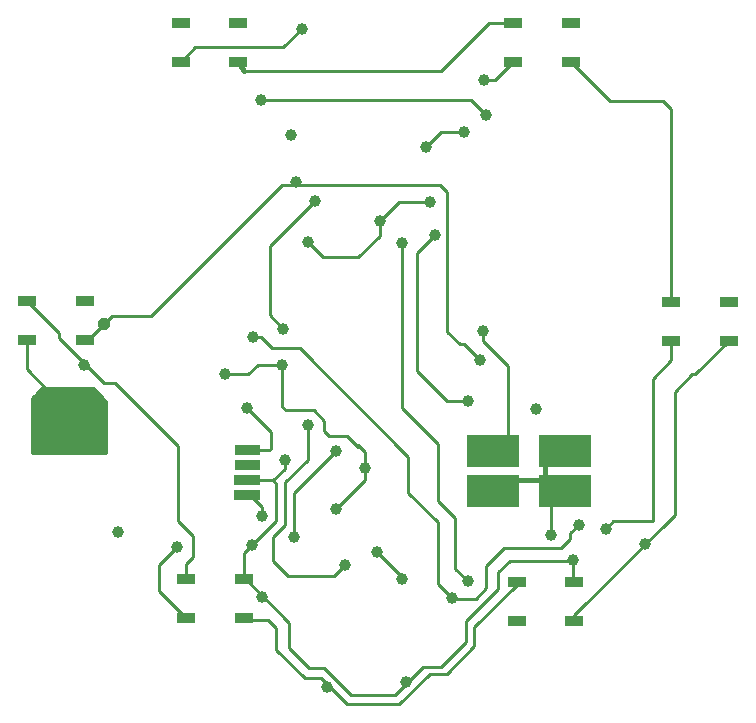
<source format=gbl>
G75*
%MOIN*%
%OFA0B0*%
%FSLAX25Y25*%
%IPPOS*%
%LPD*%
%AMOC8*
5,1,8,0,0,1.08239X$1,22.5*
%
%ADD10R,0.05906X0.03543*%
%ADD11R,0.07000X0.03600*%
%ADD12R,0.04331X0.03150*%
%ADD13R,0.17717X0.10630*%
%ADD14C,0.01200*%
%ADD15C,0.03962*%
%ADD16C,0.01000*%
%ADD17C,0.01600*%
%ADD18OC8,0.03962*%
D10*
X0138104Y0074871D03*
X0138104Y0087863D03*
X0157396Y0087863D03*
X0157396Y0074871D03*
X0248354Y0073871D03*
X0248354Y0086863D03*
X0267646Y0086863D03*
X0267646Y0073871D03*
X0299854Y0167371D03*
X0299854Y0180363D03*
X0319146Y0180363D03*
X0319146Y0167371D03*
X0266396Y0260371D03*
X0266396Y0273363D03*
X0247104Y0273363D03*
X0247104Y0260371D03*
X0155646Y0260371D03*
X0155646Y0273363D03*
X0136354Y0273363D03*
X0136354Y0260371D03*
X0104396Y0180613D03*
X0104396Y0167621D03*
X0085104Y0167621D03*
X0085104Y0180613D03*
D11*
X0157720Y0130846D03*
X0159342Y0130846D03*
X0159372Y0125904D03*
X0157719Y0125904D03*
X0157600Y0120786D03*
X0159372Y0120786D03*
X0159451Y0116022D03*
X0157600Y0116022D03*
D12*
X0247185Y0120861D03*
X0247185Y0126766D03*
X0257815Y0126766D03*
X0257815Y0120861D03*
D13*
X0264508Y0117121D03*
X0264508Y0130507D03*
X0240492Y0130507D03*
X0240492Y0117121D03*
D14*
X0159342Y0130846D02*
X0157720Y0130846D01*
D15*
X0115500Y0103617D03*
X0135250Y0098617D03*
X0160000Y0099117D03*
X0163500Y0108867D03*
X0174000Y0101867D03*
X0188000Y0111117D03*
X0197750Y0124867D03*
X0188000Y0130617D03*
X0178750Y0139367D03*
X0171000Y0127617D03*
X0158500Y0144867D03*
X0151000Y0156117D03*
X0160500Y0168617D03*
X0170500Y0171367D03*
X0170000Y0159117D03*
X0178750Y0200117D03*
X0181000Y0213867D03*
X0174750Y0220367D03*
X0173250Y0235867D03*
X0163250Y0247617D03*
X0176750Y0271367D03*
X0218250Y0231867D03*
X0230750Y0236867D03*
X0238000Y0242617D03*
X0237500Y0254367D03*
X0219500Y0213617D03*
X0221250Y0202617D03*
X0210250Y0199867D03*
X0202750Y0207117D03*
X0237000Y0170617D03*
X0236000Y0160867D03*
X0232250Y0147117D03*
X0254750Y0144617D03*
X0269000Y0105867D03*
X0278000Y0104617D03*
X0267000Y0094367D03*
X0259750Y0102617D03*
X0232000Y0087117D03*
X0226750Y0081617D03*
X0210000Y0087867D03*
X0201750Y0096867D03*
X0191250Y0092617D03*
X0163500Y0081867D03*
X0185250Y0051867D03*
X0211500Y0053617D03*
X0291250Y0099617D03*
X0104250Y0159117D03*
X0096250Y0146617D03*
D16*
X0085104Y0157762D01*
X0085104Y0167621D01*
X0095750Y0168117D02*
X0095750Y0169967D01*
X0085104Y0180613D01*
X0095750Y0168117D02*
X0110750Y0153117D01*
X0114500Y0153117D01*
X0135500Y0132117D01*
X0135500Y0107117D01*
X0140500Y0102117D01*
X0140500Y0095117D01*
X0138104Y0092721D01*
X0138104Y0087863D01*
X0129250Y0083725D02*
X0138104Y0074871D01*
X0129250Y0083725D02*
X0129250Y0092617D01*
X0135250Y0098617D01*
X0157396Y0096512D02*
X0157396Y0087863D01*
X0158004Y0087863D01*
X0172500Y0073367D01*
X0172500Y0064867D01*
X0179250Y0058117D01*
X0184250Y0058117D01*
X0193250Y0049117D01*
X0207750Y0049117D01*
X0217250Y0058617D01*
X0223250Y0058617D01*
X0231500Y0066867D01*
X0231500Y0073867D01*
X0242250Y0084617D01*
X0242250Y0090117D01*
X0246000Y0093867D01*
X0266500Y0093867D01*
X0267000Y0094367D01*
X0267000Y0087508D01*
X0267646Y0086863D01*
X0263000Y0098117D02*
X0266250Y0101367D01*
X0266250Y0103117D01*
X0269000Y0105867D01*
X0278000Y0104617D02*
X0280500Y0107117D01*
X0293500Y0107117D01*
X0293750Y0107367D01*
X0293750Y0154617D01*
X0299854Y0160721D01*
X0299854Y0167371D01*
X0306750Y0156117D02*
X0307892Y0156117D01*
X0319146Y0167371D01*
X0306750Y0156117D02*
X0301000Y0150367D01*
X0301000Y0109117D01*
X0267646Y0075762D01*
X0267646Y0073871D01*
X0248354Y0085971D02*
X0234250Y0071867D01*
X0234250Y0065617D01*
X0225000Y0056367D01*
X0219500Y0056367D01*
X0209250Y0046117D01*
X0191750Y0046117D01*
X0183000Y0054867D01*
X0177750Y0054867D01*
X0168250Y0064367D01*
X0168250Y0071617D01*
X0165500Y0074367D01*
X0157900Y0074367D01*
X0157396Y0074871D01*
X0172250Y0088867D02*
X0187500Y0088867D01*
X0191250Y0092617D01*
X0201750Y0096867D02*
X0210000Y0088617D01*
X0210000Y0087867D01*
X0222000Y0086367D02*
X0226750Y0081617D01*
X0227000Y0081367D01*
X0234750Y0081367D01*
X0238250Y0084867D01*
X0238250Y0092367D01*
X0244000Y0098117D01*
X0263000Y0098117D01*
X0259750Y0102617D02*
X0259750Y0118926D01*
X0257815Y0120861D01*
X0247185Y0126766D02*
X0245500Y0128451D01*
X0245500Y0158867D01*
X0237000Y0167367D01*
X0237000Y0170617D01*
X0230750Y0166117D02*
X0229500Y0166117D01*
X0225250Y0170367D01*
X0225250Y0216867D01*
X0222750Y0219367D01*
X0170250Y0219367D01*
X0126500Y0175617D01*
X0113500Y0175617D01*
X0110750Y0172867D01*
X0105504Y0167621D01*
X0104396Y0167621D01*
X0151000Y0156117D02*
X0158750Y0156117D01*
X0162000Y0159367D01*
X0169750Y0159367D01*
X0170000Y0159117D01*
X0170250Y0158867D01*
X0170250Y0145367D01*
X0171500Y0144117D01*
X0180750Y0144117D01*
X0184250Y0140617D01*
X0184250Y0137117D01*
X0185750Y0135617D01*
X0191750Y0135617D01*
X0194875Y0132492D01*
X0195375Y0132492D01*
X0197750Y0130117D01*
X0197750Y0124867D01*
X0197750Y0120867D01*
X0188000Y0111117D01*
X0174000Y0116617D02*
X0174000Y0101867D01*
X0171250Y0105867D02*
X0167250Y0101867D01*
X0167250Y0093867D01*
X0172250Y0088867D01*
X0160000Y0099117D02*
X0168250Y0107367D01*
X0168250Y0119617D01*
X0167081Y0120786D01*
X0171000Y0124705D01*
X0171000Y0127617D01*
X0166500Y0131367D02*
X0165979Y0130846D01*
X0157720Y0130846D01*
X0166500Y0131367D02*
X0166500Y0136867D01*
X0158500Y0144867D01*
X0178750Y0139367D02*
X0178750Y0127617D01*
X0171250Y0120117D01*
X0171250Y0105867D01*
X0163500Y0108867D02*
X0163500Y0111973D01*
X0159451Y0116022D01*
X0157600Y0116022D01*
X0157600Y0120786D02*
X0167081Y0120786D01*
X0174000Y0116617D02*
X0188000Y0130617D01*
X0194875Y0132492D02*
X0195500Y0131867D01*
X0210250Y0144867D02*
X0210250Y0199867D01*
X0215250Y0196617D02*
X0221250Y0202617D01*
X0215250Y0196617D02*
X0215250Y0157117D01*
X0225250Y0147117D01*
X0232250Y0147117D01*
X0236000Y0160867D02*
X0230750Y0166117D01*
X0210250Y0144867D02*
X0222250Y0132867D01*
X0222250Y0113867D01*
X0227750Y0108367D01*
X0227750Y0091367D01*
X0232000Y0087117D01*
X0222000Y0086367D02*
X0222000Y0106867D01*
X0212250Y0116617D01*
X0212250Y0128617D01*
X0176000Y0164867D01*
X0166750Y0164867D01*
X0163000Y0168617D01*
X0160500Y0168617D01*
X0166000Y0175867D02*
X0170500Y0171367D01*
X0166000Y0175867D02*
X0166000Y0198867D01*
X0181000Y0213867D01*
X0178750Y0200117D02*
X0183750Y0195117D01*
X0195500Y0195117D01*
X0202750Y0202367D01*
X0202750Y0207117D01*
X0209250Y0213617D01*
X0219500Y0213617D01*
X0218250Y0231867D02*
X0223250Y0236867D01*
X0230750Y0236867D01*
X0238000Y0242617D02*
X0233000Y0247617D01*
X0163250Y0247617D01*
X0157400Y0257117D02*
X0223000Y0257117D01*
X0239246Y0273363D01*
X0247104Y0273363D01*
X0247104Y0260371D02*
X0241100Y0254367D01*
X0237500Y0254367D01*
X0266396Y0260371D02*
X0279400Y0247367D01*
X0297000Y0247367D01*
X0299854Y0244512D01*
X0299854Y0180363D01*
X0248354Y0086863D02*
X0248354Y0085971D01*
X0160000Y0099117D02*
X0157396Y0096512D01*
X0136354Y0260371D02*
X0141100Y0265117D01*
X0170500Y0265117D01*
X0176750Y0271367D01*
D17*
X0155646Y0260371D02*
X0157400Y0257117D01*
X0107000Y0151117D02*
X0090250Y0151117D01*
X0087000Y0147867D01*
X0087000Y0130117D01*
X0111250Y0130117D01*
X0111250Y0146867D01*
X0107000Y0151117D01*
X0108119Y0149998D02*
X0089131Y0149998D01*
X0087532Y0148399D02*
X0109718Y0148399D01*
X0111250Y0146801D02*
X0087000Y0146801D01*
X0087000Y0145202D02*
X0111250Y0145202D01*
X0111250Y0143604D02*
X0087000Y0143604D01*
X0087000Y0142005D02*
X0111250Y0142005D01*
X0111250Y0140407D02*
X0087000Y0140407D01*
X0087000Y0138808D02*
X0111250Y0138808D01*
X0111250Y0137210D02*
X0087000Y0137210D01*
X0087000Y0135611D02*
X0111250Y0135611D01*
X0111250Y0134013D02*
X0087000Y0134013D01*
X0087000Y0132414D02*
X0111250Y0132414D01*
X0111250Y0130816D02*
X0087000Y0130816D01*
X0247185Y0120861D02*
X0257815Y0120861D01*
X0257815Y0126766D01*
D18*
X0110750Y0172867D03*
M02*

</source>
